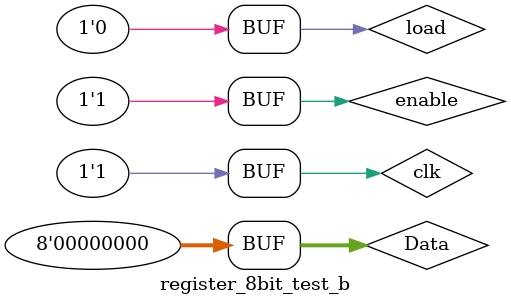
<source format=v>
module register_8bit_test_b;
    reg [7:0] Data;
    reg clk, load, enable;
    wire [7:0] Q;
    reg_8bit r1 (.Data(Data), .clk(clk), .load(load), .enable(enable), .Q(Q));

    initial begin
        // Initialize inputs
        $monitor("Time: %t, Data: %h, load: %b, enable: %b, Q: %h, clk: %b", $time, Data, load, enable, Q, clk);
        clk = 0;
        Data = 8'b0;
        load = 0;
        enable = 0;

        // Enabled and load data
        #5;
        Data = 8'hAB;
        load = 1;
        enable = 1;
        clk=1;

        #5 
        clk = 0;
        // Enabled and not load data
        #5;
        Data = 8'hCD;
        load = 0;
        enable = 1;
        clk=1;

        #5 clk = 0;

        // Disabled and load data
        #5;
        Data = 8'hEF;
        load = 1;
        enable = 0;
        clk=1;

        #5 clk = 0;

        // Disabled and not load data
        #5;
        Data = 8'h12;
        load = 0;
        enable = 0;
        clk=1;

        #5 clk = 0;

        // Check loaded data
        #5;
        Data = 8'h00;
        load = 0;
        enable = 1;
        clk=1;

        
        // // Test case 1: Load data
        // #10;
        // Data = 8'hAB;
        // load = 1;

        // // Test case 2: Enable and load data
        // #10;
        // enable = 1;
        // load = 1;

        // // Test case 3: Enable and load data
        // #10;
        // enable = 1;
        // load = 0;

        // // Test case 4: Disable and load data
        // #10;
        // enable = 0;
        // load = 1;

        // // Test case 5: Disable and load data
        // #10;
        // enable = 0;
        // load = 0;
        // $finish;
    end
endmodule
</source>
